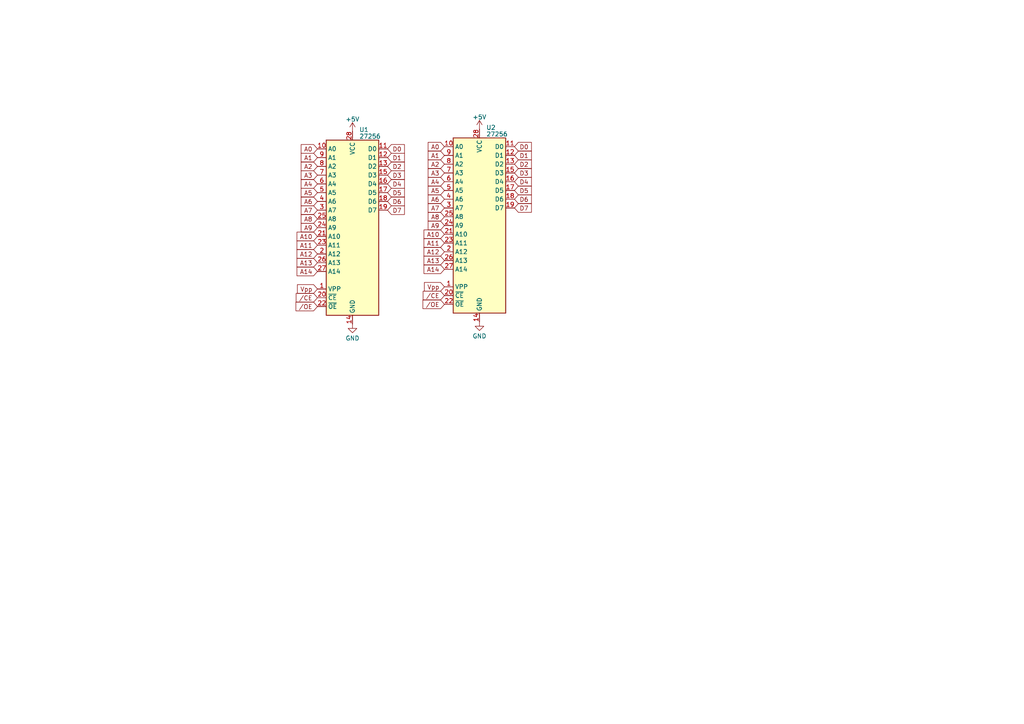
<source format=kicad_sch>
(kicad_sch (version 20230121) (generator eeschema)
  (paper "A4")
  (lib_symbols
    (symbol "Memory_EPROM:27256"
      (property "Reference" "U" (at -7.62 26.67 0))
      (property "Value" "27256" (at 2.54 -26.67 0))
      (symbol "27256_1_1"
        (rectangle (start -7.62 25.4) (end 7.62 -25.4) (stroke (width 0.254)) (fill (type background)))
        (pin input line (at -10.16 -17.78 0) (length 2.54) (name "VPP") (number "1"))
        (pin input line (at -10.16 22.86 0) (length 2.54) (name "A0") (number "10"))
        (pin tri_state line (at 10.16 22.86 180) (length 2.54) (name "D0") (number "11"))
        (pin tri_state line (at 10.16 20.32 180) (length 2.54) (name "D1") (number "12"))
        (pin tri_state line (at 10.16 17.78 180) (length 2.54) (name "D2") (number "13"))
        (pin power_in line (at 0 -27.94 90) (length 2.54) (name "GND") (number "14"))
        (pin tri_state line (at 10.16 15.24 180) (length 2.54) (name "D3") (number "15"))
        (pin tri_state line (at 10.16 12.7 180) (length 2.54) (name "D4") (number "16"))
        (pin tri_state line (at 10.16 10.16 180) (length 2.54) (name "D5") (number "17"))
        (pin tri_state line (at 10.16 7.62 180) (length 2.54) (name "D6") (number "18"))
        (pin tri_state line (at 10.16 5.08 180) (length 2.54) (name "D7") (number "19"))
        (pin input line (at -10.16 -7.62 0) (length 2.54) (name "A12") (number "2"))
        (pin input line (at -10.16 -20.32 0) (length 2.54) (name "~{CE}") (number "20"))
        (pin input line (at -10.16 -2.54 0) (length 2.54) (name "A10") (number "21"))
        (pin input line (at -10.16 -22.86 0) (length 2.54) (name "~{OE}") (number "22"))
        (pin input line (at -10.16 -5.08 0) (length 2.54) (name "A11") (number "23"))
        (pin input line (at -10.16 0 0) (length 2.54) (name "A9") (number "24"))
        (pin input line (at -10.16 2.54 0) (length 2.54) (name "A8") (number "25"))
        (pin input line (at -10.16 -10.16 0) (length 2.54) (name "A13") (number "26"))
        (pin input line (at -10.16 -12.7 0) (length 2.54) (name "A14") (number "27"))
        (pin power_in line (at 0 27.94 270) (length 2.54) (name "VCC") (number "28"))
        (pin input line (at -10.16 5.08 0) (length 2.54) (name "A7") (number "3"))
        (pin input line (at -10.16 7.62 0) (length 2.54) (name "A6") (number "4"))
        (pin input line (at -10.16 10.16 0) (length 2.54) (name "A5") (number "5"))
        (pin input line (at -10.16 12.7 0) (length 2.54) (name "A4") (number "6"))
        (pin input line (at -10.16 15.24 0) (length 2.54) (name "A3") (number "7"))
        (pin input line (at -10.16 17.78 0) (length 2.54) (name "A2") (number "8"))
        (pin input line (at -10.16 20.32 0) (length 2.54) (name "A1") (number "9"))
      )
    )
    (symbol "power:+5V" (power) (pin_names (offset 0))
      (property "Value" "+5V" (at 0 3.556 0))
      (symbol "+5V_0_1"
        (polyline (pts (xy -0.762 1.27) (xy 0 2.54)))
        (polyline (pts (xy 0 0) (xy 0 2.54)))
        (polyline (pts (xy 0 2.54) (xy 0.762 1.27)))
      )
      (symbol "+5V_1_1"
        (pin power_in line (at 0 0 90) (length 0) hide (name "+5V") (number "1"))
      )
    )
    (symbol "power:GND" (power) (pin_names (offset 0))
      (property "Value" "GND" (at 0 -3.81 0))
      (symbol "GND_0_1"
        (polyline (pts (xy 0 0) (xy 0 -1.27) (xy 1.27 -1.27) (xy 0 -2.54) (xy -1.27 -1.27) (xy 0 -1.27)))
      )
      (symbol "GND_1_1"
        (pin power_in line (at 0 0 270) (length 0) hide (name "GND") (number "1"))
      )
    )
  )
  (global_label "A13" (shape input) (at 92.075 76.2 180) (property "Intersheetrefs" "${INTERSHEET_REFS}" (effects hide)))
  (global_label "{slash}CE" (shape input) (at 128.905 85.725 180) (property "Intersheetrefs" "${INTERSHEET_REFS}" (effects hide)))
  (global_label "A3" (shape input) (at 92.075 50.8 180) (property "Intersheetrefs" "${INTERSHEET_REFS}" (effects hide)))
  (global_label "A11" (shape input) (at 92.075 71.12 180) (property "Intersheetrefs" "${INTERSHEET_REFS}" (effects hide)))
  (global_label "A6" (shape input) (at 128.905 57.785 180) (property "Intersheetrefs" "${INTERSHEET_REFS}" (effects hide)))
  (global_label "A8" (shape input) (at 92.075 63.5 180) (property "Intersheetrefs" "${INTERSHEET_REFS}" (effects hide)))
  (global_label "D1" (shape input) (at 149.225 45.085 0) (property "Intersheetrefs" "${INTERSHEET_REFS}" (effects hide)))
  (global_label "D6" (shape input) (at 112.395 58.42 0) (property "Intersheetrefs" "${INTERSHEET_REFS}" (effects hide)))
  (global_label "{slash}CE" (shape input) (at 92.075 86.36 180) (property "Intersheetrefs" "${INTERSHEET_REFS}" (effects hide)))
  (global_label "D0" (shape input) (at 112.395 43.18 0) (property "Intersheetrefs" "${INTERSHEET_REFS}" (effects hide)))
  (global_label "A1" (shape input) (at 92.075 45.72 180) (property "Intersheetrefs" "${INTERSHEET_REFS}" (effects hide)))
  (global_label "A14" (shape input) (at 92.075 78.74 180) (property "Intersheetrefs" "${INTERSHEET_REFS}" (effects hide)))
  (global_label "A8" (shape input) (at 128.905 62.865 180) (property "Intersheetrefs" "${INTERSHEET_REFS}" (effects hide)))
  (global_label "D5" (shape input) (at 149.225 55.245 0) (property "Intersheetrefs" "${INTERSHEET_REFS}" (effects hide)))
  (global_label "D3" (shape input) (at 149.225 50.165 0) (property "Intersheetrefs" "${INTERSHEET_REFS}" (effects hide)))
  (global_label "A5" (shape input) (at 92.075 55.88 180) (property "Intersheetrefs" "${INTERSHEET_REFS}" (effects hide)))
  (global_label "A0" (shape input) (at 128.905 42.545 180) (property "Intersheetrefs" "${INTERSHEET_REFS}" (effects hide)))
  (global_label "{slash}OE" (shape input) (at 92.075 88.9 180) (property "Intersheetrefs" "${INTERSHEET_REFS}" (effects hide)))
  (global_label "D5" (shape input) (at 112.395 55.88 0) (property "Intersheetrefs" "${INTERSHEET_REFS}" (effects hide)))
  (global_label "A13" (shape input) (at 128.905 75.565 180) (property "Intersheetrefs" "${INTERSHEET_REFS}" (effects hide)))
  (global_label "A7" (shape input) (at 92.075 60.96 180) (property "Intersheetrefs" "${INTERSHEET_REFS}" (effects hide)))
  (global_label "D7" (shape input) (at 149.225 60.325 0) (property "Intersheetrefs" "${INTERSHEET_REFS}" (effects hide)))
  (global_label "A2" (shape input) (at 92.075 48.26 180) (property "Intersheetrefs" "${INTERSHEET_REFS}" (effects hide)))
  (global_label "D4" (shape input) (at 112.395 53.34 0) (property "Intersheetrefs" "${INTERSHEET_REFS}" (effects hide)))
  (global_label "Vpp" (shape input) (at 128.905 83.185 180) (property "Intersheetrefs" "${INTERSHEET_REFS}" (effects hide)))
  (global_label "Vpp" (shape input) (at 92.075 83.82 180) (property "Intersheetrefs" "${INTERSHEET_REFS}" (effects hide)))
  (global_label "A4" (shape input) (at 128.905 52.705 180) (property "Intersheetrefs" "${INTERSHEET_REFS}" (effects hide)))
  (global_label "A6" (shape input) (at 92.075 58.42 180) (property "Intersheetrefs" "${INTERSHEET_REFS}" (effects hide)))
  (global_label "A0" (shape input) (at 92.075 43.18 180) (property "Intersheetrefs" "${INTERSHEET_REFS}" (effects hide)))
  (global_label "A10" (shape input) (at 128.905 67.945 180) (property "Intersheetrefs" "${INTERSHEET_REFS}" (effects hide)))
  (global_label "{slash}OE" (shape input) (at 128.905 88.265 180) (property "Intersheetrefs" "${INTERSHEET_REFS}" (effects hide)))
  (global_label "A9" (shape input) (at 92.075 66.04 180) (property "Intersheetrefs" "${INTERSHEET_REFS}" (effects hide)))
  (global_label "A10" (shape input) (at 92.075 68.58 180) (property "Intersheetrefs" "${INTERSHEET_REFS}" (effects hide)))
  (global_label "A3" (shape input) (at 128.905 50.165 180) (property "Intersheetrefs" "${INTERSHEET_REFS}" (effects hide)))
  (global_label "A1" (shape input) (at 128.905 45.085 180) (property "Intersheetrefs" "${INTERSHEET_REFS}" (effects hide)))
  (global_label "A9" (shape input) (at 128.905 65.405 180) (property "Intersheetrefs" "${INTERSHEET_REFS}" (effects hide)))
  (global_label "D2" (shape input) (at 149.225 47.625 0) (property "Intersheetrefs" "${INTERSHEET_REFS}" (effects hide)))
  (global_label "A4" (shape input) (at 92.075 53.34 180) (property "Intersheetrefs" "${INTERSHEET_REFS}" (effects hide)))
  (global_label "A11" (shape input) (at 128.905 70.485 180) (property "Intersheetrefs" "${INTERSHEET_REFS}" (effects hide)))
  (global_label "D3" (shape input) (at 112.395 50.8 0) (property "Intersheetrefs" "${INTERSHEET_REFS}" (effects hide)))
  (global_label "A5" (shape input) (at 128.905 55.245 180) (property "Intersheetrefs" "${INTERSHEET_REFS}" (effects hide)))
  (global_label "A7" (shape input) (at 128.905 60.325 180) (property "Intersheetrefs" "${INTERSHEET_REFS}" (effects hide)))
  (global_label "D7" (shape input) (at 112.395 60.96 0) (property "Intersheetrefs" "${INTERSHEET_REFS}" (effects hide)))
  (global_label "A2" (shape input) (at 128.905 47.625 180) (property "Intersheetrefs" "${INTERSHEET_REFS}" (effects hide)))
  (global_label "D2" (shape input) (at 112.395 48.26 0) (property "Intersheetrefs" "${INTERSHEET_REFS}" (effects hide)))
  (global_label "D0" (shape input) (at 149.225 42.545 0) (property "Intersheetrefs" "${INTERSHEET_REFS}" (effects hide)))
  (global_label "D6" (shape input) (at 149.225 57.785 0) (property "Intersheetrefs" "${INTERSHEET_REFS}" (effects hide)))
  (global_label "A12" (shape input) (at 128.905 73.025 180) (property "Intersheetrefs" "${INTERSHEET_REFS}" (effects hide)))
  (global_label "A12" (shape input) (at 92.075 73.66 180) (property "Intersheetrefs" "${INTERSHEET_REFS}" (effects hide)))
  (global_label "D4" (shape input) (at 149.225 52.705 0) (property "Intersheetrefs" "${INTERSHEET_REFS}" (effects hide)))
  (global_label "D1" (shape input) (at 112.395 45.72 0) (property "Intersheetrefs" "${INTERSHEET_REFS}" (effects hide)))
  (global_label "A14" (shape input) (at 128.905 78.105 180) (property "Intersheetrefs" "${INTERSHEET_REFS}" (effects hide)))
  (symbol (lib_id "power:GND") (at 102.235 93.98 0) (unit 1)
    (property "Reference" "#PWR03" (effects hide))
    (property "Value" "GND" (at 102.235 98.1155 0))
  )
  (symbol (lib_id "power:+5V") (at 102.235 38.1 0) (unit 1)
    (property "Reference" "#PWR01" (effects hide))
    (property "Value" "+5V" (at 102.235 34.5981 0))
  )
  (symbol (lib_id "Memory_EPROM:27256") (at 102.235 66.04 0) (unit 1)
    (property "Reference" "U1" (at 104.1909 37.6301 0) (effects (justify left)))
    (property "Value" "27256" (at 104.1909 39.5511 0) (effects (justify left)))
    (property "Footprint" "Package_DIP:DIP-28_W15.24mm" (effects hide))
    (property "Datasheet" "http://datasheet.octopart.com/D27256-2-Intel-datasheet-17852618.pdf" (effects hide))
  )
  (symbol (lib_id "power:+5V") (at 139.065 37.465 0) (unit 1)
    (property "Reference" "#PWR02" (effects hide))
    (property "Value" "+5V" (at 139.065 33.9631 0))
  )
  (symbol (lib_id "power:GND") (at 139.065 93.345 0) (unit 1)
    (property "Reference" "#PWR04" (effects hide))
    (property "Value" "GND" (at 139.065 97.4805 0))
  )
  (symbol (lib_id "Memory_EPROM:27256") (at 139.065 65.405 0) (unit 1)
    (property "Reference" "U2" (at 141.0209 36.9951 0) (effects (justify left)))
    (property "Value" "27256" (at 141.0209 38.9161 0) (effects (justify left)))
    (property "Footprint" "Evan's parts:mousebites TC53257F" (effects hide))
    (property "Datasheet" "http://datasheet.octopart.com/D27256-2-Intel-datasheet-17852618.pdf" (effects hide))
  )
)
</source>
